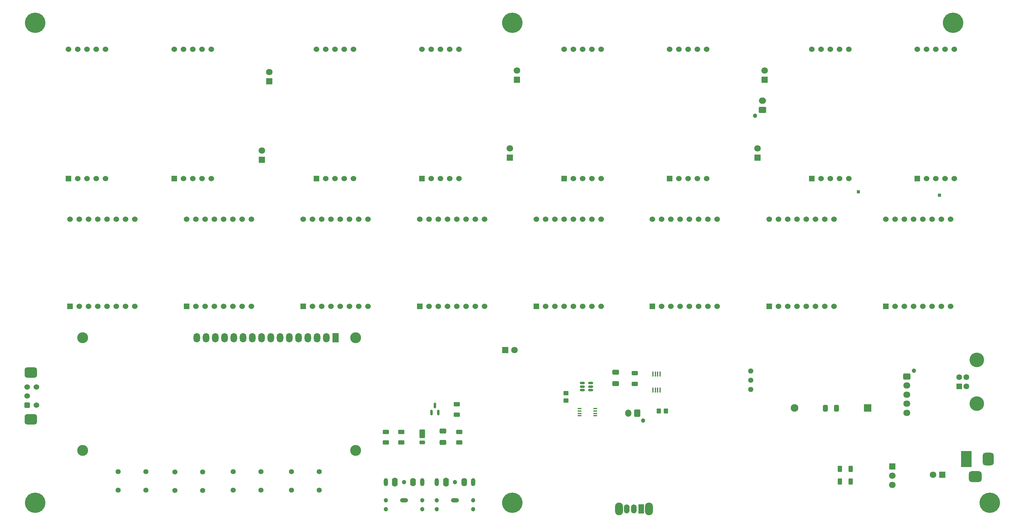
<source format=gbr>
%TF.GenerationSoftware,KiCad,Pcbnew,8.0.4*%
%TF.CreationDate,2024-09-13T12:48:21+02:00*%
%TF.ProjectId,DigiSlatePlus,44696769-536c-4617-9465-506c75732e6b,rev?*%
%TF.SameCoordinates,Original*%
%TF.FileFunction,Soldermask,Top*%
%TF.FilePolarity,Negative*%
%FSLAX46Y46*%
G04 Gerber Fmt 4.6, Leading zero omitted, Abs format (unit mm)*
G04 Created by KiCad (PCBNEW 8.0.4) date 2024-09-13 12:48:21*
%MOMM*%
%LPD*%
G01*
G04 APERTURE LIST*
G04 Aperture macros list*
%AMRoundRect*
0 Rectangle with rounded corners*
0 $1 Rounding radius*
0 $2 $3 $4 $5 $6 $7 $8 $9 X,Y pos of 4 corners*
0 Add a 4 corners polygon primitive as box body*
4,1,4,$2,$3,$4,$5,$6,$7,$8,$9,$2,$3,0*
0 Add four circle primitives for the rounded corners*
1,1,$1+$1,$2,$3*
1,1,$1+$1,$4,$5*
1,1,$1+$1,$6,$7*
1,1,$1+$1,$8,$9*
0 Add four rect primitives between the rounded corners*
20,1,$1+$1,$2,$3,$4,$5,0*
20,1,$1+$1,$4,$5,$6,$7,0*
20,1,$1+$1,$6,$7,$8,$9,0*
20,1,$1+$1,$8,$9,$2,$3,0*%
G04 Aperture macros list end*
%ADD10R,1.600000X1.600000*%
%ADD11C,1.600000*%
%ADD12C,4.000000*%
%ADD13R,3.000000X4.500000*%
%ADD14RoundRect,0.750000X0.750000X1.000000X-0.750000X1.000000X-0.750000X-1.000000X0.750000X-1.000000X0*%
%ADD15RoundRect,0.750000X1.000000X0.750000X-1.000000X0.750000X-1.000000X-0.750000X1.000000X-0.750000X0*%
%ADD16RoundRect,0.250000X-0.650000X0.412500X-0.650000X-0.412500X0.650000X-0.412500X0.650000X0.412500X0*%
%ADD17RoundRect,0.250000X-0.450000X0.350000X-0.450000X-0.350000X0.450000X-0.350000X0.450000X0.350000X0*%
%ADD18RoundRect,0.250000X0.650000X-0.412500X0.650000X0.412500X-0.650000X0.412500X-0.650000X-0.412500X0*%
%ADD19R,1.524000X1.524000*%
%ADD20C,1.524000*%
%ADD21C,5.600000*%
%ADD22RoundRect,0.250000X0.625000X-0.312500X0.625000X0.312500X-0.625000X0.312500X-0.625000X-0.312500X0*%
%ADD23R,1.800000X1.800000*%
%ADD24C,1.800000*%
%ADD25RoundRect,0.250000X-0.412500X-0.650000X0.412500X-0.650000X0.412500X0.650000X-0.412500X0.650000X0*%
%ADD26RoundRect,0.250000X0.312500X0.625000X-0.312500X0.625000X-0.312500X-0.625000X0.312500X-0.625000X0*%
%ADD27R,0.431800X1.333500*%
%ADD28RoundRect,0.150000X-0.512500X-0.150000X0.512500X-0.150000X0.512500X0.150000X-0.512500X0.150000X0*%
%ADD29RoundRect,0.250000X-0.625000X0.312500X-0.625000X-0.312500X0.625000X-0.312500X0.625000X0.312500X0*%
%ADD30RoundRect,0.250000X-0.350000X-0.450000X0.350000X-0.450000X0.350000X0.450000X-0.350000X0.450000X0*%
%ADD31RoundRect,0.250000X0.500000X-0.950000X0.500000X0.950000X-0.500000X0.950000X-0.500000X-0.950000X0*%
%ADD32RoundRect,0.250000X0.500000X-0.275000X0.500000X0.275000X-0.500000X0.275000X-0.500000X-0.275000X0*%
%ADD33RoundRect,0.150000X0.150000X-0.587500X0.150000X0.587500X-0.150000X0.587500X-0.150000X-0.587500X0*%
%ADD34R,1.100000X0.400000*%
%ADD35RoundRect,0.250000X0.512000X-0.512000X0.512000X0.512000X-0.512000X0.512000X-0.512000X-0.512000X0*%
%ADD36RoundRect,0.725000X0.975000X0.725000X-0.975000X0.725000X-0.975000X-0.725000X0.975000X-0.725000X0*%
%ADD37C,1.200000*%
%ADD38O,1.200000X2.200000*%
%ADD39O,1.600000X2.300000*%
%ADD40O,2.200000X1.200000*%
%ADD41O,1.600000X2.500000*%
%ADD42R,0.850000X0.850000*%
%ADD43O,2.200000X3.500000*%
%ADD44R,1.500000X2.500000*%
%ADD45O,1.500000X2.500000*%
%ADD46C,1.440000*%
%ADD47C,1.397000*%
%ADD48RoundRect,0.250000X0.750000X-0.600000X0.750000X0.600000X-0.750000X0.600000X-0.750000X-0.600000X0*%
%ADD49O,2.000000X1.700000*%
%ADD50C,3.000000*%
%ADD51R,1.800000X2.600000*%
%ADD52O,1.800000X2.600000*%
%ADD53RoundRect,0.250000X0.600000X0.750000X-0.600000X0.750000X-0.600000X-0.750000X0.600000X-0.750000X0*%
%ADD54O,1.700000X2.000000*%
%ADD55R,2.100000X2.100000*%
%ADD56C,2.100000*%
%ADD57RoundRect,0.250000X-0.725000X0.600000X-0.725000X-0.600000X0.725000X-0.600000X0.725000X0.600000X0*%
%ADD58O,1.950000X1.700000*%
G04 APERTURE END LIST*
D10*
%TO.C,J2*%
X329640000Y-170000000D03*
D11*
X329640000Y-167500000D03*
X331640000Y-167500000D03*
X331640000Y-170000000D03*
D12*
X334500000Y-174750000D03*
X334500000Y-162750000D03*
%TD*%
D13*
%TO.C,J3*%
X331600000Y-190000000D03*
D14*
X337600000Y-190000000D03*
D15*
X334100000Y-194800000D03*
%TD*%
D16*
%TO.C,C12*%
X235320000Y-166085000D03*
X235320000Y-169210000D03*
%TD*%
D17*
%TO.C,R21*%
X221670000Y-171860000D03*
X221670000Y-173860000D03*
%TD*%
D18*
%TO.C,C21*%
X187960000Y-185420000D03*
X187960000Y-182295000D03*
%TD*%
D19*
%TO.C,U11*%
X213600000Y-148000000D03*
D20*
X216140000Y-148000000D03*
X218680000Y-148000000D03*
X221220000Y-148000000D03*
X223760000Y-148000000D03*
X226300000Y-148000000D03*
X228840000Y-148000000D03*
X231380000Y-148000000D03*
X231380000Y-124000000D03*
X228840000Y-124000000D03*
X226300000Y-124000000D03*
X223760000Y-124000000D03*
X221220000Y-124000000D03*
X218680000Y-124000000D03*
X216140000Y-124000000D03*
X213600000Y-124000000D03*
%TD*%
D19*
%TO.C,U5*%
X117555000Y-148000000D03*
D20*
X120095000Y-148000000D03*
X122635000Y-148000000D03*
X125175000Y-148000000D03*
X127715000Y-148000000D03*
X130255000Y-148000000D03*
X132795000Y-148000000D03*
X135335000Y-148000000D03*
X135335000Y-124000000D03*
X132795000Y-124000000D03*
X130255000Y-124000000D03*
X127715000Y-124000000D03*
X125175000Y-124000000D03*
X122635000Y-124000000D03*
X120095000Y-124000000D03*
X117555000Y-124000000D03*
%TD*%
D21*
%TO.C,HOLE-2*%
X207000000Y-70000000D03*
%TD*%
D22*
%TO.C,R31*%
X191770000Y-177800000D03*
X191770000Y-174875000D03*
%TD*%
D19*
%TO.C,U32*%
X309525000Y-148000000D03*
D20*
X312065000Y-148000000D03*
X314605000Y-148000000D03*
X317145000Y-148000000D03*
X319685000Y-148000000D03*
X322225000Y-148000000D03*
X324765000Y-148000000D03*
X327305000Y-148000000D03*
X327305000Y-124000000D03*
X324765000Y-124000000D03*
X322225000Y-124000000D03*
X319685000Y-124000000D03*
X317145000Y-124000000D03*
X314605000Y-124000000D03*
X312065000Y-124000000D03*
X309525000Y-124000000D03*
%TD*%
D19*
%TO.C,U14*%
X153175000Y-112890000D03*
D20*
X155715000Y-112890000D03*
X158255000Y-112890000D03*
X160795000Y-112890000D03*
X163335000Y-112890000D03*
X163335000Y-77330000D03*
X160795000Y-77330000D03*
X158255000Y-77330000D03*
X155715000Y-77330000D03*
X153175000Y-77330000D03*
%TD*%
D19*
%TO.C,U17*%
X221175000Y-112890000D03*
D20*
X223715000Y-112890000D03*
X226255000Y-112890000D03*
X228795000Y-112890000D03*
X231335000Y-112890000D03*
X231335000Y-77330000D03*
X228795000Y-77330000D03*
X226255000Y-77330000D03*
X223715000Y-77330000D03*
X221175000Y-77330000D03*
%TD*%
D19*
%TO.C,U13*%
X114175000Y-112890000D03*
D20*
X116715000Y-112890000D03*
X119255000Y-112890000D03*
X121795000Y-112890000D03*
X124335000Y-112890000D03*
X124335000Y-77330000D03*
X121795000Y-77330000D03*
X119255000Y-77330000D03*
X116715000Y-77330000D03*
X114175000Y-77330000D03*
%TD*%
D22*
%TO.C,R34*%
X176530000Y-185420000D03*
X176530000Y-182495000D03*
%TD*%
D21*
%TO.C,HOLE-1*%
X76000000Y-70000000D03*
%TD*%
D19*
%TO.C,U30*%
X277490000Y-148000000D03*
D20*
X280030000Y-148000000D03*
X282570000Y-148000000D03*
X285110000Y-148000000D03*
X287650000Y-148000000D03*
X290190000Y-148000000D03*
X292730000Y-148000000D03*
X295270000Y-148000000D03*
X295270000Y-124000000D03*
X292730000Y-124000000D03*
X290190000Y-124000000D03*
X287650000Y-124000000D03*
X285110000Y-124000000D03*
X282570000Y-124000000D03*
X280030000Y-124000000D03*
X277490000Y-124000000D03*
%TD*%
D23*
%TO.C,D2*%
X208255000Y-85650000D03*
D24*
X208255000Y-83110000D03*
%TD*%
D19*
%TO.C,U9*%
X181555000Y-148000000D03*
D20*
X184095000Y-148000000D03*
X186635000Y-148000000D03*
X189175000Y-148000000D03*
X191715000Y-148000000D03*
X194255000Y-148000000D03*
X196795000Y-148000000D03*
X199335000Y-148000000D03*
X199335000Y-124000000D03*
X196795000Y-124000000D03*
X194255000Y-124000000D03*
X191715000Y-124000000D03*
X189175000Y-124000000D03*
X186635000Y-124000000D03*
X184095000Y-124000000D03*
X181555000Y-124000000D03*
%TD*%
D23*
%TO.C,D1*%
X140255000Y-86110000D03*
D24*
X140255000Y-83570000D03*
%TD*%
D22*
%TO.C,R32*%
X192405000Y-185420000D03*
X192405000Y-182495000D03*
%TD*%
D25*
%TO.C,C3*%
X292875000Y-176000000D03*
X296000000Y-176000000D03*
%TD*%
D19*
%TO.C,U15*%
X182175000Y-112890000D03*
D20*
X184715000Y-112890000D03*
X187255000Y-112890000D03*
X189795000Y-112890000D03*
X192335000Y-112890000D03*
X192335000Y-77330000D03*
X189795000Y-77330000D03*
X187255000Y-77330000D03*
X184715000Y-77330000D03*
X182175000Y-77330000D03*
%TD*%
D19*
%TO.C,U28*%
X245410000Y-148000000D03*
D20*
X247950000Y-148000000D03*
X250490000Y-148000000D03*
X253030000Y-148000000D03*
X255570000Y-148000000D03*
X258110000Y-148000000D03*
X260650000Y-148000000D03*
X263190000Y-148000000D03*
X263190000Y-124000000D03*
X260650000Y-124000000D03*
X258110000Y-124000000D03*
X255570000Y-124000000D03*
X253030000Y-124000000D03*
X250490000Y-124000000D03*
X247950000Y-124000000D03*
X245410000Y-124000000D03*
%TD*%
D22*
%TO.C,R33*%
X172280000Y-185420000D03*
X172280000Y-182495000D03*
%TD*%
D26*
%TO.C,R6*%
X299843900Y-196160000D03*
X296918900Y-196160000D03*
%TD*%
D27*
%TO.C,U23*%
X245570001Y-171017250D03*
X246219999Y-171017250D03*
X246870001Y-171017250D03*
X247519999Y-171017250D03*
X247519999Y-166584950D03*
X246870001Y-166584950D03*
X246219999Y-166584950D03*
X245570001Y-166584950D03*
%TD*%
D23*
%TO.C,D5*%
X206255000Y-107110000D03*
D24*
X206255000Y-104570000D03*
%TD*%
D28*
%TO.C,U22*%
X226170000Y-169110000D03*
X226170000Y-170060000D03*
X226170000Y-171010000D03*
X228445000Y-171010000D03*
X228445000Y-170060000D03*
X228445000Y-169110000D03*
%TD*%
D23*
%TO.C,D3*%
X276255000Y-85650000D03*
D24*
X276255000Y-83110000D03*
%TD*%
D21*
%TO.C,HOLE-4*%
X76000000Y-202000000D03*
%TD*%
D29*
%TO.C,R17*%
X240570000Y-166372500D03*
X240570000Y-169297500D03*
%TD*%
D21*
%TO.C,HOLE-6*%
X338000000Y-202000000D03*
%TD*%
D23*
%TO.C,D7*%
X205000000Y-160000000D03*
D24*
X207540000Y-160000000D03*
%TD*%
D19*
%TO.C,U20*%
X318175000Y-112890000D03*
D20*
X320715000Y-112890000D03*
X323255000Y-112890000D03*
X325795000Y-112890000D03*
X328335000Y-112890000D03*
X328335000Y-77330000D03*
X325795000Y-77330000D03*
X323255000Y-77330000D03*
X320715000Y-77330000D03*
X318175000Y-77330000D03*
%TD*%
D19*
%TO.C,U8*%
X149555000Y-148000000D03*
D20*
X152095000Y-148000000D03*
X154635000Y-148000000D03*
X157175000Y-148000000D03*
X159715000Y-148000000D03*
X162255000Y-148000000D03*
X164795000Y-148000000D03*
X167335000Y-148000000D03*
X167335000Y-124000000D03*
X164795000Y-124000000D03*
X162255000Y-124000000D03*
X159715000Y-124000000D03*
X157175000Y-124000000D03*
X154635000Y-124000000D03*
X152095000Y-124000000D03*
X149555000Y-124000000D03*
%TD*%
D19*
%TO.C,U18*%
X250175000Y-112890000D03*
D20*
X252715000Y-112890000D03*
X255255000Y-112890000D03*
X257795000Y-112890000D03*
X260335000Y-112890000D03*
X260335000Y-77330000D03*
X257795000Y-77330000D03*
X255255000Y-77330000D03*
X252715000Y-77330000D03*
X250175000Y-77330000D03*
%TD*%
D21*
%TO.C,HOLE-3*%
X328000000Y-70000000D03*
%TD*%
D19*
%TO.C,U19*%
X289175000Y-112890000D03*
D20*
X291715000Y-112890000D03*
X294255000Y-112890000D03*
X296795000Y-112890000D03*
X299335000Y-112890000D03*
X299335000Y-77330000D03*
X296795000Y-77330000D03*
X294255000Y-77330000D03*
X291715000Y-77330000D03*
X289175000Y-77330000D03*
%TD*%
D26*
%TO.C,R5*%
X299843900Y-192660000D03*
X296918900Y-192660000D03*
%TD*%
D30*
%TO.C,R22*%
X247174000Y-176784000D03*
X249174000Y-176784000D03*
%TD*%
D21*
%TO.C,HOLE-5*%
X207000000Y-202000000D03*
%TD*%
D31*
%TO.C,D14*%
X182245000Y-183045000D03*
D32*
X182245000Y-185420000D03*
%TD*%
D19*
%TO.C,U26*%
X85555000Y-148000000D03*
D20*
X88095000Y-148000000D03*
X90635000Y-148000000D03*
X93175000Y-148000000D03*
X95715000Y-148000000D03*
X98255000Y-148000000D03*
X100795000Y-148000000D03*
X103335000Y-148000000D03*
X103335000Y-124000000D03*
X100795000Y-124000000D03*
X98255000Y-124000000D03*
X95715000Y-124000000D03*
X93175000Y-124000000D03*
X90635000Y-124000000D03*
X88095000Y-124000000D03*
X85555000Y-124000000D03*
%TD*%
D23*
%TO.C,D4*%
X138255000Y-107650000D03*
D24*
X138255000Y-105110000D03*
%TD*%
D19*
%TO.C,U12*%
X85175000Y-112890000D03*
D20*
X87715000Y-112890000D03*
X90255000Y-112890000D03*
X92795000Y-112890000D03*
X95335000Y-112890000D03*
X95335000Y-77330000D03*
X92795000Y-77330000D03*
X90255000Y-77330000D03*
X87715000Y-77330000D03*
X85175000Y-77330000D03*
%TD*%
D23*
%TO.C,D6*%
X274255000Y-107110000D03*
D24*
X274255000Y-104570000D03*
%TD*%
D33*
%TO.C,Q4*%
X184785000Y-177165000D03*
X186685000Y-177165000D03*
X185735000Y-175290000D03*
%TD*%
D34*
%TO.C,Q3*%
X229720000Y-178060000D03*
X229720000Y-177410000D03*
X229720000Y-176760000D03*
X229720000Y-176110000D03*
X225420000Y-176110000D03*
X225420000Y-176760000D03*
X225420000Y-177410000D03*
X225420000Y-178060000D03*
%TD*%
D23*
%TO.C,D11*%
X325000000Y-194310000D03*
D24*
X322460000Y-194310000D03*
%TD*%
D35*
%TO.C,SW1*%
X73799500Y-175135000D03*
D20*
X73799500Y-170135000D03*
X73799500Y-172635000D03*
X76299500Y-175135000D03*
X76299500Y-170135000D03*
D36*
X74849500Y-166185000D03*
X74849500Y-179085000D03*
%TD*%
D23*
%TO.C,D9*%
X311250000Y-191980000D03*
D24*
X311250000Y-194520000D03*
X311250000Y-197060000D03*
%TD*%
D37*
%TO.C,J8*%
X182250000Y-203795000D03*
X182250000Y-201295000D03*
X177250000Y-196295000D03*
X172250000Y-203795000D03*
X172250000Y-201295000D03*
D38*
X182250000Y-196295000D03*
D39*
X179750000Y-196295000D03*
D40*
X177250000Y-201295000D03*
D38*
X172250000Y-196295000D03*
D41*
X174750000Y-196295000D03*
%TD*%
D42*
%TO.C,J10*%
X324200000Y-117400000D03*
%TD*%
D43*
%TO.C,SW7*%
X244475000Y-203740000D03*
X236275000Y-203740000D03*
D44*
X242375000Y-203740000D03*
D45*
X240375000Y-203740000D03*
X238375000Y-203740000D03*
%TD*%
D46*
%TO.C,RV4*%
X272415000Y-170815000D03*
X272415000Y-168275000D03*
X272415000Y-165735000D03*
%TD*%
D47*
%TO.C,SW5*%
X98760000Y-198540000D03*
X106380000Y-198540000D03*
X98760000Y-193460000D03*
X106380000Y-193460000D03*
%TD*%
D37*
%TO.C,J6*%
X273610000Y-95545000D03*
D48*
X275610000Y-93945000D03*
D49*
X275610000Y-91445000D03*
%TD*%
D47*
%TO.C,SW2*%
X146380000Y-198540000D03*
X154000000Y-198540000D03*
X146380000Y-193460000D03*
X154000000Y-193460000D03*
%TD*%
%TO.C,SW3*%
X130380000Y-198540000D03*
X138000000Y-198540000D03*
X130380000Y-193460000D03*
X138000000Y-193460000D03*
%TD*%
D50*
%TO.C,DS1*%
X164000000Y-187643200D03*
X164000000Y-156642500D03*
X89001420Y-187643200D03*
X89000900Y-156642500D03*
D51*
X158500900Y-156642500D03*
D52*
X155960900Y-156642500D03*
X153420900Y-156642500D03*
X150880900Y-156642500D03*
X148340900Y-156642500D03*
X145800900Y-156642500D03*
X143260900Y-156642500D03*
X140720900Y-156642500D03*
X138180900Y-156642500D03*
X135640900Y-156642500D03*
X133100900Y-156642500D03*
X130560900Y-156642500D03*
X128020900Y-156642500D03*
X125480900Y-156642500D03*
X122940900Y-156642500D03*
X120400900Y-156642500D03*
%TD*%
D37*
%TO.C,J4*%
X242904000Y-179384000D03*
D53*
X241304000Y-177384000D03*
D54*
X238804000Y-177384000D03*
%TD*%
D47*
%TO.C,SW4*%
X114380000Y-198620000D03*
X122000000Y-198620000D03*
X114380000Y-193540000D03*
X122000000Y-193540000D03*
%TD*%
D55*
%TO.C,BT1*%
X304470000Y-175965000D03*
D56*
X284470000Y-175965000D03*
%TD*%
D37*
%TO.C,J1*%
X317250000Y-165650000D03*
D57*
X315250000Y-167250000D03*
D58*
X315250000Y-169750000D03*
X315250000Y-172250000D03*
X315250000Y-174750000D03*
X315250000Y-177250000D03*
%TD*%
D42*
%TO.C,J9*%
X302000000Y-116500000D03*
%TD*%
D37*
%TO.C,J7*%
X196250000Y-203795000D03*
X196250000Y-201295000D03*
X191250000Y-196295000D03*
X186250000Y-203795000D03*
X186250000Y-201295000D03*
D38*
X196250000Y-196295000D03*
D39*
X193750000Y-196295000D03*
D40*
X191250000Y-201295000D03*
D38*
X186250000Y-196295000D03*
D41*
X188750000Y-196295000D03*
%TD*%
M02*

</source>
